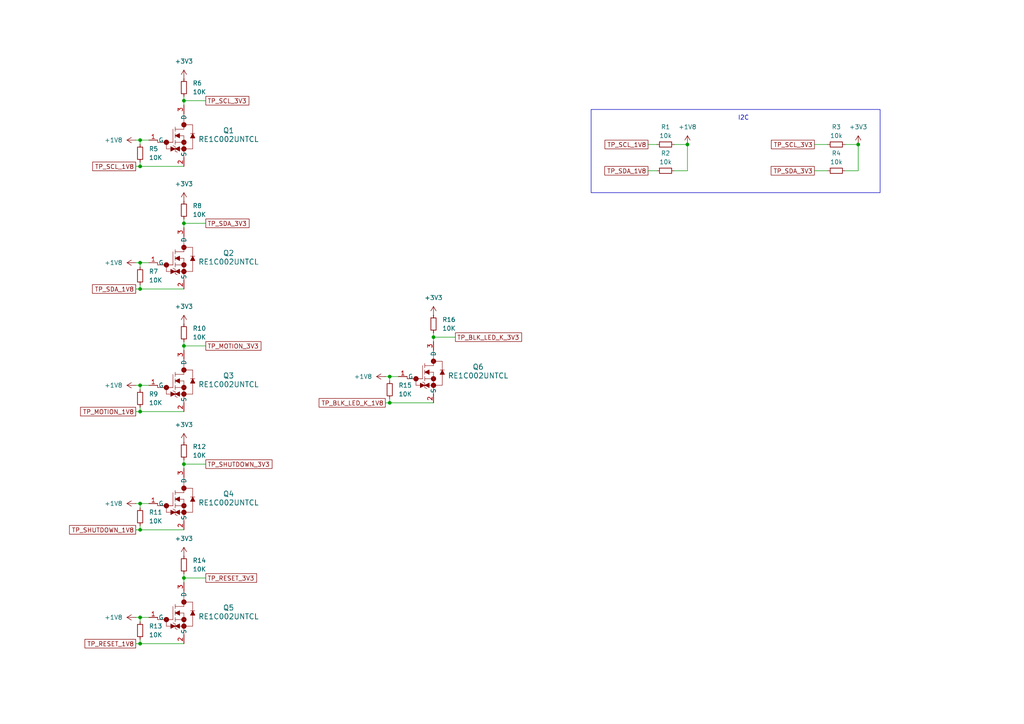
<source format=kicad_sch>
(kicad_sch (version 20250114) (generator "eeschema") (generator_version "9.0")
  (paper "A4")
  (lib_symbols
    (symbol "Device:R_Small" (pin_numbers (hide yes)) (pin_names (offset 0.254) (hide yes))
      (property "Reference" "R" (at 0.762 0.508 0))
      (property "Value" "R_Small" (at 0.762 -1.016 0))
      (symbol "R_Small_0_1"
        (rectangle (start -0.762 1.778) (end 0.762 -1.778) (stroke (width 0.2032)))
      )
      (symbol "R_Small_1_1"
        (pin passive line (at 0 2.54 270) (length 0.762) (name "~") (number "1"))
        (pin passive line (at 0 -2.54 90) (length 0.762) (name "~") (number "2"))
      )
    )
    (symbol "RE1C002UNTCL:RE1C002UNTCL" (pin_names (offset 0.254))
      (property "Reference" "Q1" (at 35.814 2.794 0))
      (property "Value" "RE1C002UNTCL" (at 35.814 0.254 0))
      (symbol "RE1C002UNTCL_0_1"
        (polyline (pts (xy 17.78 -0.635) (xy 17.78 -2.54)) (stroke (width 0.127)))
        (circle (center 17.78 -0.635) (radius 0.127) (stroke (width 0.635)))
        (polyline (pts (xy 17.78 -2.54) (xy 25.4 -2.54)) (stroke (width 0.127)))
        (polyline (pts (xy 19.05 -1.905) (xy 19.05 -3.175)) (stroke (width 0.127)))
        (polyline (pts (xy 19.05 -1.905) (xy 19.05 -3.175) (xy 21.59 -1.905) (xy 21.59 -3.175)) (fill (type outline)))
        (polyline (pts (xy 19.05 -3.175) (xy 20.32 -2.54)) (stroke (width 0.127)))
        (polyline (pts (xy 19.685 3.175) (xy 19.685 -0.635)) (stroke (width 0.127)))
        (polyline (pts (xy 20.32 3.175) (xy 22.86 3.175)) (stroke (width 0.127)))
        (polyline (pts (xy 20.32 2.54) (xy 20.32 3.81)) (stroke (width 0.127)))
        (polyline (pts (xy 20.32 1.905) (xy 20.32 0.635)) (stroke (width 0.127)))
        (polyline (pts (xy 20.32 1.27) (xy 21.59 1.905)) (stroke (width 0.127)))
        (polyline (pts (xy 20.32 1.27) (xy 21.59 1.905) (xy 21.59 0.635)) (fill (type outline)))
        (polyline (pts (xy 20.32 0) (xy 20.32 -1.27)) (stroke (width 0.127)))
        (polyline (pts (xy 20.32 -0.635) (xy 22.86 -0.635)) (stroke (width 0.127)))
        (polyline (pts (xy 20.32 -1.905) (xy 19.685 -1.5875)) (stroke (width 0.127)))
        (polyline (pts (xy 20.32 -1.905) (xy 20.32 -3.175)) (stroke (width 0.127)))
        (polyline (pts (xy 20.32 -2.54) (xy 19.05 -1.905)) (stroke (width 0.127)))
        (polyline (pts (xy 20.32 -2.54) (xy 21.59 -1.905)) (stroke (width 0.127)))
        (polyline (pts (xy 20.32 -3.175) (xy 20.955 -3.4925)) (stroke (width 0.127)))
        (polyline (pts (xy 21.59 1.905) (xy 21.59 0.635)) (stroke (width 0.127)))
        (polyline (pts (xy 21.59 0.635) (xy 20.32 1.27)) (stroke (width 0.127)))
        (polyline (pts (xy 21.59 -1.905) (xy 21.59 -3.175)) (stroke (width 0.127)))
        (polyline (pts (xy 21.59 -3.175) (xy 20.32 -2.54)) (stroke (width 0.127)))
        (polyline (pts (xy 22.86 4.445) (xy 25.4 4.445)) (stroke (width 0.127)))
        (circle (center 22.86 4.445) (radius 0.127) (stroke (width 0.635)))
        (polyline (pts (xy 22.86 3.175) (xy 22.86 6.35)) (stroke (width 0.127)))
        (polyline (pts (xy 22.86 1.27) (xy 20.32 1.27)) (stroke (width 0.127)))
        (polyline (pts (xy 22.86 1.27) (xy 22.86 -3.81)) (stroke (width 0.127)))
        (circle (center 22.86 -0.635) (radius 0.127) (stroke (width 0.635)))
        (circle (center 22.86 -2.54) (radius 0.127) (stroke (width 0.635)))
        (polyline (pts (xy 24.765 1.905) (xy 26.035 1.905)) (stroke (width 0.127)))
        (polyline (pts (xy 24.765 0.635) (xy 26.035 0.635)) (stroke (width 0.127)))
        (polyline (pts (xy 24.765 0.635) (xy 26.035 0.635) (xy 25.4 1.905)) (fill (type outline)))
        (polyline (pts (xy 25.4 1.905) (xy 24.765 0.635)) (stroke (width 0.127)))
        (polyline (pts (xy 25.4 -2.54) (xy 25.4 4.445)) (stroke (width 0.127)))
        (polyline (pts (xy 26.035 0.635) (xy 25.4 1.905)) (stroke (width 0.127)))
      )
      (symbol "RE1C002UNTCL_1_1"
        (polyline (pts (xy 15.24 -0.635) (xy 15.24 0)))
        (polyline (pts (xy 19.685 -0.635) (xy 15.24 -0.635)))
        (polyline (pts (xy 22.86 7.62) (xy 22.86 6.35)))
        (polyline (pts (xy 22.86 -3.81) (xy 22.86 -5.08)))
        (pin unspecified line (at 12.7 0 0) (length 2.54) (name "G") (number "1"))
        (pin unspecified line (at 22.86 10.16 270) (length 2.54) (name "D") (number "3"))
        (pin unspecified line (at 22.86 -7.62 90) (length 2.54) (name "S") (number "2"))
      )
    )
    (symbol "power:+1V8" (power) (pin_numbers (hide yes)) (pin_names (offset 0) (hide yes))
      (property "Value" "+1V8" (at 0 3.556 0))
      (symbol "+1V8_0_1"
        (polyline (pts (xy -0.762 1.27) (xy 0 2.54)))
        (polyline (pts (xy 0 2.54) (xy 0.762 1.27)))
        (polyline (pts (xy 0 0) (xy 0 2.54)))
      )
      (symbol "+1V8_1_1"
        (pin power_in line (at 0 0 90) (length 0) (name "~") (number "1"))
      )
    )
    (symbol "power:+3V3" (power) (pin_numbers (hide yes)) (pin_names (offset 0) (hide yes))
      (property "Value" "+3V3" (at 0 3.556 0))
      (symbol "+3V3_0_1"
        (polyline (pts (xy -0.762 1.27) (xy 0 2.54)))
        (polyline (pts (xy 0 2.54) (xy 0.762 1.27)))
        (polyline (pts (xy 0 0) (xy 0 2.54)))
      )
      (symbol "+3V3_1_1"
        (pin power_in line (at 0 0 90) (length 0) (name "~") (number "1"))
      )
    )
  )
  (rectangle (start 171.45 31.75) (end 255.27 55.88))
  (text "I2C" (at 215.646 34.29 0) (effects (font (size 1.27 1.27))))
  (junction (at 199.39 41.91))
  (junction (at 40.64 119.38))
  (junction (at 125.73 97.79))
  (junction (at 40.64 76.2))
  (junction (at 40.64 111.76))
  (junction (at 53.34 167.64))
  (junction (at 40.64 153.67))
  (junction (at 40.64 48.26))
  (junction (at 40.64 186.69))
  (junction (at 53.34 100.33))
  (junction (at 40.64 179.07))
  (junction (at 40.64 146.05))
  (junction (at 53.34 134.62))
  (junction (at 40.64 83.82))
  (junction (at 40.64 40.64))
  (junction (at 53.34 64.77))
  (junction (at 53.34 29.21))
  (junction (at 113.03 116.84))
  (junction (at 248.92 41.91))
  (junction (at 113.03 109.22))
  (wire (pts (xy 40.64 119.38) (xy 53.34 119.38)))
  (wire (pts (xy 40.64 153.67) (xy 53.34 153.67)))
  (wire (pts (xy 248.92 49.53) (xy 248.92 41.91)))
  (wire (pts (xy 113.03 115.57) (xy 113.03 116.84)))
  (wire (pts (xy 53.34 134.62) (xy 59.69 134.62)))
  (wire (pts (xy 53.34 99.06) (xy 53.34 100.33)))
  (wire (pts (xy 40.64 186.69) (xy 53.34 186.69)))
  (wire (pts (xy 53.34 63.5) (xy 53.34 64.77)))
  (wire (pts (xy 125.73 97.79) (xy 125.73 99.06)))
  (wire (pts (xy 40.64 77.47) (xy 40.64 76.2)))
  (wire (pts (xy 53.34 100.33) (xy 59.69 100.33)))
  (wire (pts (xy 40.64 185.42) (xy 40.64 186.69)))
  (wire (pts (xy 113.03 109.22) (xy 115.57 109.22)))
  (wire (pts (xy 113.03 110.49) (xy 113.03 109.22)))
  (wire (pts (xy 53.34 29.21) (xy 59.69 29.21)))
  (wire (pts (xy 40.64 180.34) (xy 40.64 179.07)))
  (wire (pts (xy 40.64 41.91) (xy 40.64 40.64)))
  (wire (pts (xy 40.64 76.2) (xy 43.18 76.2)))
  (wire (pts (xy 39.37 40.64) (xy 40.64 40.64)))
  (wire (pts (xy 39.37 83.82) (xy 40.64 83.82)))
  (wire (pts (xy 40.64 82.55) (xy 40.64 83.82)))
  (wire (pts (xy 39.37 153.67) (xy 40.64 153.67)))
  (wire (pts (xy 187.96 41.91) (xy 190.5 41.91)))
  (wire (pts (xy 245.11 49.53) (xy 248.92 49.53)))
  (wire (pts (xy 40.64 83.82) (xy 53.34 83.82)))
  (wire (pts (xy 40.64 179.07) (xy 43.18 179.07)))
  (wire (pts (xy 199.39 49.53) (xy 199.39 41.91)))
  (wire (pts (xy 53.34 133.35) (xy 53.34 134.62)))
  (wire (pts (xy 53.34 167.64) (xy 53.34 168.91)))
  (wire (pts (xy 39.37 146.05) (xy 40.64 146.05)))
  (wire (pts (xy 53.34 166.37) (xy 53.34 167.64)))
  (wire (pts (xy 53.34 134.62) (xy 53.34 135.89)))
  (wire (pts (xy 39.37 119.38) (xy 40.64 119.38)))
  (wire (pts (xy 40.64 46.99) (xy 40.64 48.26)))
  (wire (pts (xy 40.64 40.64) (xy 43.18 40.64)))
  (wire (pts (xy 125.73 97.79) (xy 132.08 97.79)))
  (wire (pts (xy 39.37 111.76) (xy 40.64 111.76)))
  (wire (pts (xy 195.58 49.53) (xy 199.39 49.53)))
  (wire (pts (xy 40.64 147.32) (xy 40.64 146.05)))
  (wire (pts (xy 40.64 113.03) (xy 40.64 111.76)))
  (wire (pts (xy 40.64 152.4) (xy 40.64 153.67)))
  (wire (pts (xy 53.34 100.33) (xy 53.34 101.6)))
  (wire (pts (xy 195.58 41.91) (xy 199.39 41.91)))
  (wire (pts (xy 40.64 118.11) (xy 40.64 119.38)))
  (wire (pts (xy 53.34 29.21) (xy 53.34 30.48)))
  (wire (pts (xy 40.64 146.05) (xy 43.18 146.05)))
  (wire (pts (xy 236.22 49.53) (xy 240.03 49.53)))
  (wire (pts (xy 53.34 64.77) (xy 59.69 64.77)))
  (wire (pts (xy 111.76 116.84) (xy 113.03 116.84)))
  (wire (pts (xy 40.64 48.26) (xy 53.34 48.26)))
  (wire (pts (xy 125.73 96.52) (xy 125.73 97.79)))
  (wire (pts (xy 53.34 167.64) (xy 59.69 167.64)))
  (wire (pts (xy 53.34 27.94) (xy 53.34 29.21)))
  (wire (pts (xy 111.76 109.22) (xy 113.03 109.22)))
  (wire (pts (xy 39.37 186.69) (xy 40.64 186.69)))
  (wire (pts (xy 39.37 48.26) (xy 40.64 48.26)))
  (wire (pts (xy 53.34 64.77) (xy 53.34 66.04)))
  (wire (pts (xy 245.11 41.91) (xy 248.92 41.91)))
  (wire (pts (xy 236.22 41.91) (xy 240.03 41.91)))
  (wire (pts (xy 40.64 111.76) (xy 43.18 111.76)))
  (wire (pts (xy 39.37 179.07) (xy 40.64 179.07)))
  (wire (pts (xy 39.37 76.2) (xy 40.64 76.2)))
  (wire (pts (xy 113.03 116.84) (xy 125.73 116.84)))
  (wire (pts (xy 187.96 49.53) (xy 190.5 49.53)))
  (global_label "TP_SDA_3V3" (shape passive) (at 59.69 64.77 0) (property "Intersheetrefs" "${INTERSHEET_REFS}" (effects (hide yes))))
  (global_label "TP_SDA_1V8" (shape passive) (at 39.37 83.82 180) (property "Intersheetrefs" "${INTERSHEET_REFS}" (effects (hide yes))))
  (global_label "TP_SCL_1V8" (shape passive) (at 187.96 41.91 180) (property "Intersheetrefs" "${INTERSHEET_REFS}" (effects (hide yes))))
  (global_label "TP_SHUTDOWN_3V3" (shape passive) (at 59.69 134.62 0) (property "Intersheetrefs" "${INTERSHEET_REFS}" (effects (hide yes))))
  (global_label "TP_SCL_3V3" (shape passive) (at 236.22 41.91 180) (property "Intersheetrefs" "${INTERSHEET_REFS}" (effects (hide yes))))
  (global_label "TP_BLK_LED_K_1V8" (shape passive) (at 111.76 116.84 180) (property "Intersheetrefs" "${INTERSHEET_REFS}" (effects (hide yes))))
  (global_label "TP_SHUTDOWN_1V8" (shape passive) (at 39.37 153.67 180) (property "Intersheetrefs" "${INTERSHEET_REFS}" (effects (hide yes))))
  (global_label "TP_SDA_3V3" (shape passive) (at 236.22 49.53 180) (property "Intersheetrefs" "${INTERSHEET_REFS}" (effects (hide yes))))
  (global_label "TP_RESET_1V8" (shape passive) (at 39.37 186.69 180) (property "Intersheetrefs" "${INTERSHEET_REFS}" (effects (hide yes))))
  (global_label "TP_SCL_3V3" (shape passive) (at 59.69 29.21 0) (property "Intersheetrefs" "${INTERSHEET_REFS}" (effects (hide yes))))
  (global_label "TP_RESET_3V3" (shape passive) (at 59.69 167.64 0) (property "Intersheetrefs" "${INTERSHEET_REFS}" (effects (hide yes))))
  (global_label "TP_SCL_1V8" (shape passive) (at 39.37 48.26 180) (property "Intersheetrefs" "${INTERSHEET_REFS}" (effects (hide yes))))
  (global_label "TP_SDA_1V8" (shape passive) (at 187.96 49.53 180) (property "Intersheetrefs" "${INTERSHEET_REFS}" (effects (hide yes))))
  (global_label "TP_MOTION_1V8" (shape passive) (at 39.37 119.38 180) (property "Intersheetrefs" "${INTERSHEET_REFS}" (effects (hide yes))))
  (global_label "TP_BLK_LED_K_3V3" (shape passive) (at 132.08 97.79 0) (property "Intersheetrefs" "${INTERSHEET_REFS}" (effects (hide yes))))
  (global_label "TP_MOTION_3V3" (shape passive) (at 59.69 100.33 0) (property "Intersheetrefs" "${INTERSHEET_REFS}" (effects (hide yes))))
  (symbol (lib_id "Device:R_Small") (at 53.34 96.52 0) (unit 1)
    (property "Reference" "R10" (at 55.88 95.2499 0) (effects (justify left)))
    (property "Value" "10K" (at 55.88 97.7899 0) (effects (justify left)))
    (property "Footprint" "Resistor_SMD:R_0201_0603Metric_Pad0.64x0.40mm_HandSolder" (effects (hide yes)))
    (property "Description" "Resistor, small symbol" (effects (hide yes)))
  )
  (symbol (lib_id "power:+1V8") (at 39.37 76.2 90) (unit 1)
    (property "Reference" "#PWR029" (effects (hide yes)))
    (property "Value" "+1V8" (at 35.56 76.1999 90) (effects (justify left)))
    (property "Description" "Power symbol creates a global label with name \"+1V8\"" (effects (hide yes)))
  )
  (symbol (lib_id "RE1C002UNTCL:RE1C002UNTCL") (at 30.48 146.05 0) (unit 1)
    (property "Reference" "Q4" (at 66.294 143.256 0) (effects (font (size 1.524 1.524))))
    (property "Value" "RE1C002UNTCL" (at 66.294 145.796 0) (effects (font (size 1.524 1.524))))
    (property "Footprint" "RE1C002UNTCL:DIO_RB558WMF_ROM" (effects (hide yes)))
    (property "Datasheet" "RE1C002UNTCL" (effects (hide yes)))
  )
  (symbol (lib_id "Device:R_Small") (at 53.34 130.81 0) (unit 1)
    (property "Reference" "R12" (at 55.88 129.5399 0) (effects (justify left)))
    (property "Value" "10K" (at 55.88 132.0799 0) (effects (justify left)))
    (property "Footprint" "Resistor_SMD:R_0201_0603Metric_Pad0.64x0.40mm_HandSolder" (effects (hide yes)))
    (property "Description" "Resistor, small symbol" (effects (hide yes)))
  )
  (symbol (lib_id "RE1C002UNTCL:RE1C002UNTCL") (at 30.48 76.2 0) (unit 1)
    (property "Reference" "Q2" (at 66.294 73.406 0) (effects (font (size 1.524 1.524))))
    (property "Value" "RE1C002UNTCL" (at 66.294 75.946 0) (effects (font (size 1.524 1.524))))
    (property "Footprint" "RE1C002UNTCL:DIO_RB558WMF_ROM" (effects (hide yes)))
    (property "Datasheet" "RE1C002UNTCL" (effects (hide yes)))
  )
  (symbol (lib_id "Device:R_Small") (at 40.64 80.01 0) (unit 1)
    (property "Reference" "R7" (at 43.18 78.7399 0) (effects (justify left)))
    (property "Value" "10K" (at 43.18 81.2799 0) (effects (justify left)))
    (property "Footprint" "Resistor_SMD:R_0201_0603Metric_Pad0.64x0.40mm_HandSolder" (effects (hide yes)))
    (property "Description" "Resistor, small symbol" (effects (hide yes)))
  )
  (symbol (lib_id "Device:R_Small") (at 40.64 115.57 0) (unit 1)
    (property "Reference" "R9" (at 43.18 114.2999 0) (effects (justify left)))
    (property "Value" "10K" (at 43.18 116.8399 0) (effects (justify left)))
    (property "Footprint" "Resistor_SMD:R_0201_0603Metric_Pad0.64x0.40mm_HandSolder" (effects (hide yes)))
    (property "Description" "Resistor, small symbol" (effects (hide yes)))
  )
  (symbol (lib_id "power:+1V8") (at 39.37 146.05 90) (unit 1)
    (property "Reference" "#PWR033" (effects (hide yes)))
    (property "Value" "+1V8" (at 35.56 146.0499 90) (effects (justify left)))
    (property "Description" "Power symbol creates a global label with name \"+1V8\"" (effects (hide yes)))
  )
  (symbol (lib_id "power:+1V8") (at 39.37 111.76 90) (unit 1)
    (property "Reference" "#PWR031" (effects (hide yes)))
    (property "Value" "+1V8" (at 35.56 111.7599 90) (effects (justify left)))
    (property "Description" "Power symbol creates a global label with name \"+1V8\"" (effects (hide yes)))
  )
  (symbol (lib_id "power:+3V3") (at 53.34 58.42 0) (unit 1)
    (property "Reference" "#PWR030" (effects (hide yes)))
    (property "Value" "+3V3" (at 53.34 53.34 0))
    (property "Description" "Power symbol creates a global label with name \"+3V3\"" (effects (hide yes)))
  )
  (symbol (lib_id "Device:R_Small") (at 193.04 49.53 90) (unit 1)
    (property "Reference" "R2" (at 193.04 44.45 90))
    (property "Value" "10k" (at 193.04 46.99 90))
    (property "Footprint" "Resistor_SMD:R_0201_0603Metric_Pad0.64x0.40mm_HandSolder" (effects (hide yes)))
    (property "Description" "Resistor, small symbol" (effects (hide yes)))
  )
  (symbol (lib_id "Device:R_Small") (at 113.03 113.03 0) (unit 1)
    (property "Reference" "R15" (at 115.57 111.7599 0) (effects (justify left)))
    (property "Value" "10K" (at 115.57 114.2999 0) (effects (justify left)))
    (property "Footprint" "Resistor_SMD:R_0201_0603Metric_Pad0.64x0.40mm_HandSolder" (effects (hide yes)))
    (property "Description" "Resistor, small symbol" (effects (hide yes)))
  )
  (symbol (lib_id "power:+1V8") (at 39.37 179.07 90) (unit 1)
    (property "Reference" "#PWR035" (effects (hide yes)))
    (property "Value" "+1V8" (at 35.56 179.0699 90) (effects (justify left)))
    (property "Description" "Power symbol creates a global label with name \"+1V8\"" (effects (hide yes)))
  )
  (symbol (lib_id "RE1C002UNTCL:RE1C002UNTCL") (at 30.48 40.64 0) (unit 1)
    (property "Reference" "Q1" (at 66.294 37.846 0) (effects (font (size 1.524 1.524))))
    (property "Value" "RE1C002UNTCL" (at 66.294 40.386 0) (effects (font (size 1.524 1.524))))
    (property "Footprint" "RE1C002UNTCL:DIO_RB558WMF_ROM" (effects (hide yes)))
    (property "Datasheet" "RE1C002UNTCL" (effects (hide yes)))
  )
  (symbol (lib_id "RE1C002UNTCL:RE1C002UNTCL") (at 30.48 179.07 0) (unit 1)
    (property "Reference" "Q5" (at 66.294 176.276 0) (effects (font (size 1.524 1.524))))
    (property "Value" "RE1C002UNTCL" (at 66.294 178.816 0) (effects (font (size 1.524 1.524))))
    (property "Footprint" "RE1C002UNTCL:DIO_RB558WMF_ROM" (effects (hide yes)))
    (property "Datasheet" "RE1C002UNTCL" (effects (hide yes)))
  )
  (symbol (lib_id "Device:R_Small") (at 53.34 25.4 0) (unit 1)
    (property "Reference" "R6" (at 55.88 24.1299 0) (effects (justify left)))
    (property "Value" "10K" (at 55.88 26.6699 0) (effects (justify left)))
    (property "Footprint" "Resistor_SMD:R_0201_0603Metric_Pad0.64x0.40mm_HandSolder" (effects (hide yes)))
    (property "Description" "Resistor, small symbol" (effects (hide yes)))
  )
  (symbol (lib_id "power:+3V3") (at 53.34 161.29 0) (unit 1)
    (property "Reference" "#PWR036" (effects (hide yes)))
    (property "Value" "+3V3" (at 53.34 156.21 0))
    (property "Description" "Power symbol creates a global label with name \"+3V3\"" (effects (hide yes)))
  )
  (symbol (lib_id "Device:R_Small") (at 242.57 49.53 90) (unit 1)
    (property "Reference" "R4" (at 242.57 44.45 90))
    (property "Value" "10k" (at 242.57 46.99 90))
    (property "Footprint" "Resistor_SMD:R_0201_0603Metric_Pad0.64x0.40mm_HandSolder" (effects (hide yes)))
    (property "Description" "Resistor, small symbol" (effects (hide yes)))
  )
  (symbol (lib_id "power:+1V8") (at 199.39 41.91 0) (unit 1)
    (property "Reference" "#PWR012" (effects (hide yes)))
    (property "Value" "+1V8" (at 199.39 36.83 0))
    (property "Description" "Power symbol creates a global label with name \"+1V8\"" (effects (hide yes)))
  )
  (symbol (lib_id "power:+3V3") (at 53.34 128.27 0) (unit 1)
    (property "Reference" "#PWR034" (effects (hide yes)))
    (property "Value" "+3V3" (at 53.34 123.19 0))
    (property "Description" "Power symbol creates a global label with name \"+3V3\"" (effects (hide yes)))
  )
  (symbol (lib_id "Device:R_Small") (at 40.64 149.86 0) (unit 1)
    (property "Reference" "R11" (at 43.18 148.5899 0) (effects (justify left)))
    (property "Value" "10K" (at 43.18 151.1299 0) (effects (justify left)))
    (property "Footprint" "Resistor_SMD:R_0201_0603Metric_Pad0.64x0.40mm_HandSolder" (effects (hide yes)))
    (property "Description" "Resistor, small symbol" (effects (hide yes)))
  )
  (symbol (lib_id "Device:R_Small") (at 242.57 41.91 90) (unit 1)
    (property "Reference" "R3" (at 242.57 36.83 90))
    (property "Value" "10k" (at 242.57 39.37 90))
    (property "Footprint" "Resistor_SMD:R_0201_0603Metric_Pad0.64x0.40mm_HandSolder" (effects (hide yes)))
    (property "Description" "Resistor, small symbol" (effects (hide yes)))
  )
  (symbol (lib_id "Device:R_Small") (at 40.64 44.45 0) (unit 1)
    (property "Reference" "R5" (at 43.18 43.1799 0) (effects (justify left)))
    (property "Value" "10K" (at 43.18 45.7199 0) (effects (justify left)))
    (property "Footprint" "Resistor_SMD:R_0201_0603Metric_Pad0.64x0.40mm_HandSolder" (effects (hide yes)))
    (property "Description" "Resistor, small symbol" (effects (hide yes)))
  )
  (symbol (lib_id "power:+1V8") (at 111.76 109.22 90) (unit 1)
    (property "Reference" "#PWR037" (effects (hide yes)))
    (property "Value" "+1V8" (at 107.95 109.2199 90) (effects (justify left)))
    (property "Description" "Power symbol creates a global label with name \"+1V8\"" (effects (hide yes)))
  )
  (symbol (lib_id "power:+3V3") (at 248.92 41.91 0) (unit 1)
    (property "Reference" "#PWR020" (effects (hide yes)))
    (property "Value" "+3V3" (at 248.92 36.83 0))
    (property "Description" "Power symbol creates a global label with name \"+3V3\"" (effects (hide yes)))
  )
  (symbol (lib_id "RE1C002UNTCL:RE1C002UNTCL") (at 30.48 111.76 0) (unit 1)
    (property "Reference" "Q3" (at 66.294 108.966 0) (effects (font (size 1.524 1.524))))
    (property "Value" "RE1C002UNTCL" (at 66.294 111.506 0) (effects (font (size 1.524 1.524))))
    (property "Footprint" "RE1C002UNTCL:DIO_RB558WMF_ROM" (effects (hide yes)))
    (property "Datasheet" "RE1C002UNTCL" (effects (hide yes)))
  )
  (symbol (lib_id "Device:R_Small") (at 40.64 182.88 0) (unit 1)
    (property "Reference" "R13" (at 43.18 181.6099 0) (effects (justify left)))
    (property "Value" "10K" (at 43.18 184.1499 0) (effects (justify left)))
    (property "Footprint" "Resistor_SMD:R_0201_0603Metric_Pad0.64x0.40mm_HandSolder" (effects (hide yes)))
    (property "Description" "Resistor, small symbol" (effects (hide yes)))
  )
  (symbol (lib_id "power:+1V8") (at 39.37 40.64 90) (unit 1)
    (property "Reference" "#PWR027" (effects (hide yes)))
    (property "Value" "+1V8" (at 35.56 40.6399 90) (effects (justify left)))
    (property "Description" "Power symbol creates a global label with name \"+1V8\"" (effects (hide yes)))
  )
  (symbol (lib_id "power:+3V3") (at 53.34 22.86 0) (unit 1)
    (property "Reference" "#PWR028" (effects (hide yes)))
    (property "Value" "+3V3" (at 53.34 17.78 0))
    (property "Description" "Power symbol creates a global label with name \"+3V3\"" (effects (hide yes)))
  )
  (symbol (lib_id "Device:R_Small") (at 125.73 93.98 0) (unit 1)
    (property "Reference" "R16" (at 128.27 92.7099 0) (effects (justify left)))
    (property "Value" "10K" (at 128.27 95.2499 0) (effects (justify left)))
    (property "Footprint" "Resistor_SMD:R_0201_0603Metric_Pad0.64x0.40mm_HandSolder" (effects (hide yes)))
    (property "Description" "Resistor, small symbol" (effects (hide yes)))
  )
  (symbol (lib_id "Device:R_Small") (at 53.34 60.96 0) (unit 1)
    (property "Reference" "R8" (at 55.88 59.6899 0) (effects (justify left)))
    (property "Value" "10K" (at 55.88 62.2299 0) (effects (justify left)))
    (property "Footprint" "Resistor_SMD:R_0201_0603Metric_Pad0.64x0.40mm_HandSolder" (effects (hide yes)))
    (property "Description" "Resistor, small symbol" (effects (hide yes)))
  )
  (symbol (lib_id "power:+3V3") (at 125.73 91.44 0) (unit 1)
    (property "Reference" "#PWR038" (effects (hide yes)))
    (property "Value" "+3V3" (at 125.73 86.36 0))
    (property "Description" "Power symbol creates a global label with name \"+3V3\"" (effects (hide yes)))
  )
  (symbol (lib_id "Device:R_Small") (at 193.04 41.91 90) (unit 1)
    (property "Reference" "R1" (at 193.04 36.83 90))
    (property "Value" "10k" (at 193.04 39.37 90))
    (property "Footprint" "Resistor_SMD:R_0201_0603Metric_Pad0.64x0.40mm_HandSolder" (effects (hide yes)))
    (property "Description" "Resistor, small symbol" (effects (hide yes)))
  )
  (symbol (lib_id "power:+3V3") (at 53.34 93.98 0) (unit 1)
    (property "Reference" "#PWR032" (effects (hide yes)))
    (property "Value" "+3V3" (at 53.34 88.9 0))
    (property "Description" "Power symbol creates a global label with name \"+3V3\"" (effects (hide yes)))
  )
  (symbol (lib_id "RE1C002UNTCL:RE1C002UNTCL") (at 102.87 109.22 0) (unit 1)
    (property "Reference" "Q6" (at 138.684 106.426 0) (effects (font (size 1.524 1.524))))
    (property "Value" "RE1C002UNTCL" (at 138.684 108.966 0) (effects (font (size 1.524 1.524))))
    (property "Footprint" "RE1C002UNTCL:DIO_RB558WMF_ROM" (effects (hide yes)))
    (property "Datasheet" "RE1C002UNTCL" (effects (hide yes)))
  )
  (symbol (lib_id "Device:R_Small") (at 53.34 163.83 0) (unit 1)
    (property "Reference" "R14" (at 55.88 162.5599 0) (effects (justify left)))
    (property "Value" "10K" (at 55.88 165.0999 0) (effects (justify left)))
    (property "Footprint" "Resistor_SMD:R_0201_0603Metric_Pad0.64x0.40mm_HandSolder" (effects (hide yes)))
    (property "Description" "Resistor, small symbol" (effects (hide yes)))
  )
)
</source>
